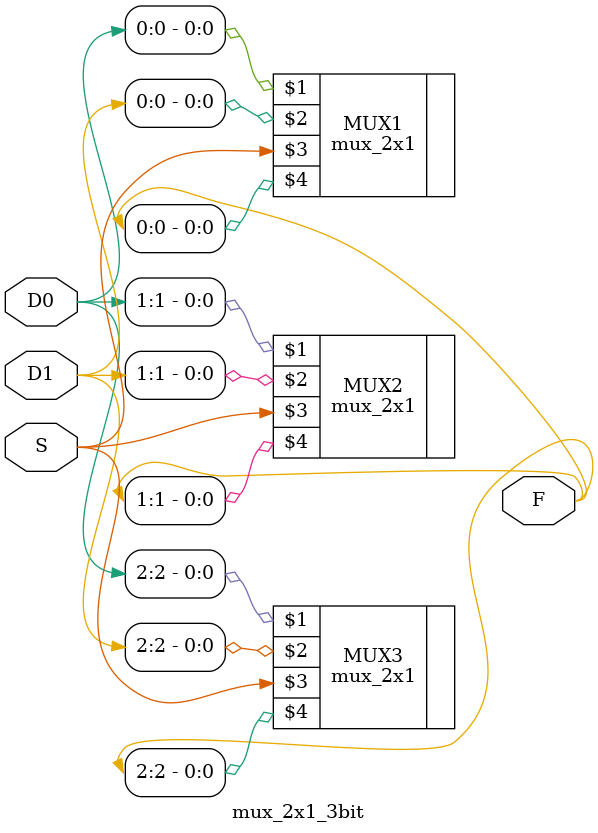
<source format=v>
module mux_2x1_3bit(input [2:0] D0 , input [2:0] D1, input S, output [2:0] F);

mux_2x1 MUX1(D0[0],D1[0],S,F[0]);
mux_2x1 MUX2(D0[1],D1[1],S,F[1]);
mux_2x1 MUX3(D0[2],D1[2],S,F[2]);


endmodule
</source>
